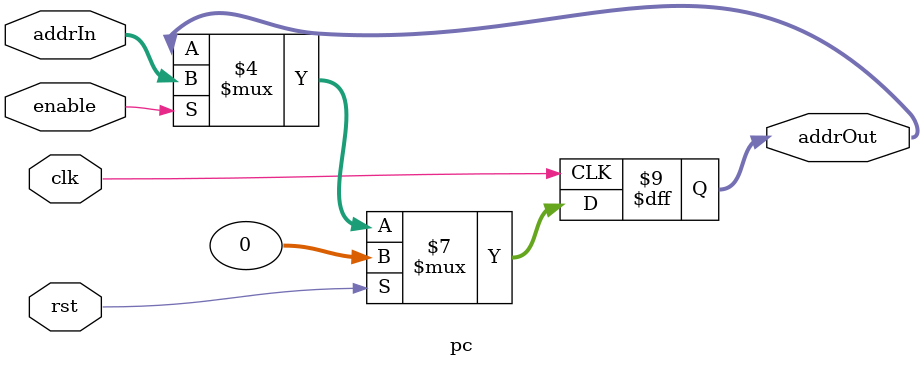
<source format=v>
/* 
Module => pc
Purpose => program counter register, its job is to keep track of current instruction getting executed, 
Input description =>
    1. clk => central ticker of the system, on each positive edge of the clock, program counter gets updated with the address on the addrIn ports.
    2. rst => resets the program counter to 32'h0000
    3. [31:0] addrIn => input address for the PC, it comes from ALU, it can be pc+4 for next instruction or can be branched address.
Output description =>
    1. [31:0] addrOut => output address from the PC
*/
module pc( input clk, input rst, input enable, input [31:0] addrIn, output reg [31:0] addrOut);

always@(posedge clk) begin
    if(rst == 1'b1) begin
        addrOut <= 32'h0000;
    end
    else begin
        if(enable == 1'b1) begin
            addrOut <= addrIn;
        end
    end
end
endmodule
</source>
